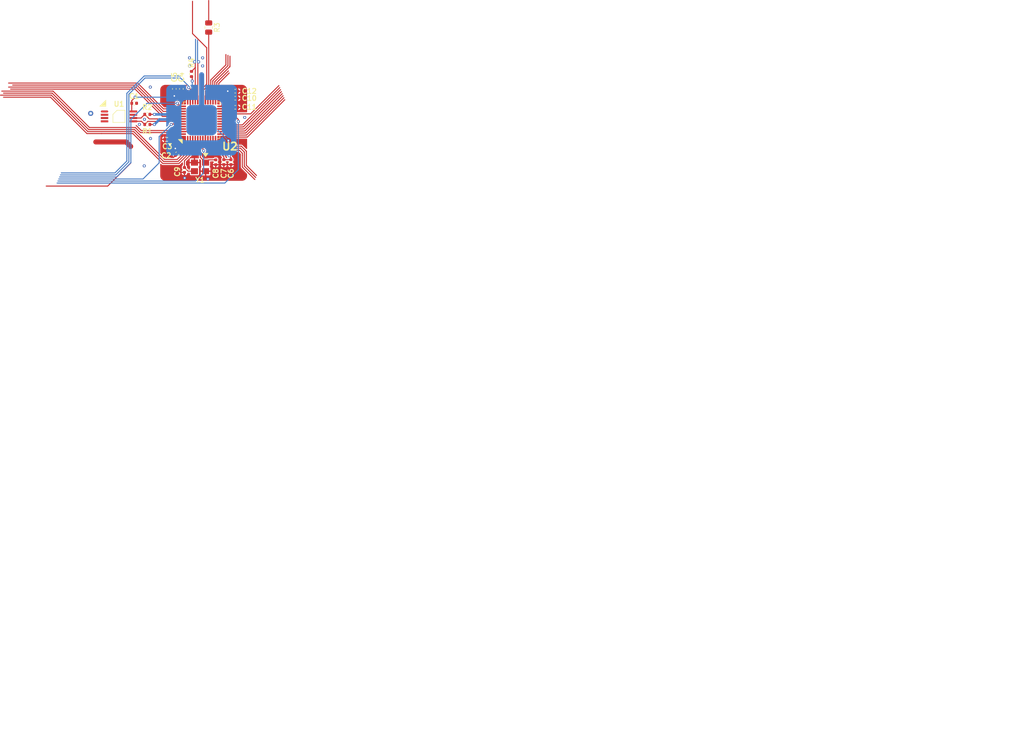
<source format=kicad_pcb>
(kicad_pcb (version 20210824) (generator pcbnew)
  (title_block (title "Noxary X60") (date "2021-08-26") (rev "V1.0.2") (company "Designed by Gondolindrim"))
  (layers (0 "F.Cu" signal) (31 "B.Cu" signal) (34 "B.Paste" user) (35 "F.Paste" user) (36 "B.SilkS" user "B.Silkscreen") (37 "F.SilkS" user "F.Silkscreen") (38 "B.Mask" user) (39 "F.Mask" user) (44 "Edge.Cuts" user))
  (net 0 "")
  (net 1 "Net-(C11-Pad2)")
  (net 2 "GND")
  (net 3 "3V3")
  (net 4 "5V")
  (net 5 "NRST")
  (net 6 "XTAL_OUT")
  (net 7 "XTAL_IN")
  (net 8 "PA9")
  (net 9 "SDA")
  (net 10 "SCL")
  (net 11 "BOOT0")
  (net 12 "PB2{slash}BOOT1")
  (net 13 "D+")
  (net 14 "D-")
  (net 15 "SWDIO")
  (net 16 "SWCLK")
  (net 17 "PB15")
  (net 18 "PB14")
  (net 19 "PB13")
  (net 20 "PB12")
  (net 21 "R0")
  (net 22 "R1")
  (net 23 "R2")
  (net 24 "R3")
  (net 25 "R4")
  (net 26 "C0")
  (net 27 "C1")
  (net 28 "C2")
  (net 29 "C3")
  (net 30 "C4")
  (net 31 "C5")
  (net 32 "C6")
  (net 33 "C7")
  (net 34 "C8")
  (net 35 "C9")
  (net 36 "C10")
  (net 37 "C11")
  (net 38 "C12")
  (net 39 "C13")
  (net 40 "C14")
  (net 41 "CAPS_INDICATOR")
  (net 42 "PA8")
  (footprint "acheron_Components:TSSOP-8_4.4x3mm_P0.65mm" (layer "F.Cu") (at 224.4 124.4)
    (fp_text reference "U1" (at 0 -2.45) (layer "F.SilkS") (effects (font (thickness 0.2))))
    (fp_text value "BL24C256A-SFRC")
    (fp_line (start -1.2 1.2) (end -1.2 -0.4) (layer "F.SilkS") (width 0.12))
    (fp_line (start 1.2 -1.2) (end 1.2 1.2) (layer "F.SilkS") (width 0.12))
    (fp_line (start -1.2 -0.4) (end -0.4 -1.2) (layer "F.SilkS") (width 0.12))
    (fp_line (start 1.2 1.2) (end -1.2 1.2) (layer "F.SilkS") (width 0.12))
    (fp_line (start -0.4 -1.2) (end 1.2 -1.2) (layer "F.SilkS") (width 0.12))
    (fp_poly (pts (xy -2.6 -2) (xy -3.8 -2) (xy -2.6 -3.2)) (layer "F.SilkS") (width 0.12) (fill solid))
    (pad "1" smd roundrect locked (at -2.8625 -0.975) (size 1.475 0.4) (layers "F.Cu" "F.Paste" "F.Mask") (roundrect_rratio 0.5) (net 2 "GND"))
    (pad "2" smd rect locked (at -2.8625 -0.325) (size 1.475 0.4) (layers "F.Cu" "F.Paste" "F.Mask") (net 2 "GND"))
    (pad "3" smd rect locked (at -2.8625 0.325) (size 1.475 0.4) (layers "F.Cu" "F.Paste" "F.Mask") (net 2 "GND"))
    (pad "4" smd rect locked (at -2.8625 0.975) (size 1.475 0.4) (layers "F.Cu" "F.Paste" "F.Mask") (net 2 "GND"))
    (pad "5" smd rect locked (at 2.8625 0.975) (size 1.475 0.4) (layers "F.Cu" "F.Paste" "F.Mask") (net 9 "SDA"))
    (pad "6" smd rect locked (at 2.8625 0.325) (size 1.475 0.4) (layers "F.Cu" "F.Paste" "F.Mask") (net 10 "SCL"))
    (pad "7" smd rect locked (at 2.8625 -0.325) (size 1.475 0.4) (layers "F.Cu" "F.Paste" "F.Mask") (net 2 "GND"))
    (pad "8" smd rect locked (at 2.8625 -0.975) (size 1.475 0.4) (layers "F.Cu" "F.Paste" "F.Mask") (net 3 "3V3"))
  )
  (footprint "Capacitor_SMD:C_0402_1005Metric" (layer "F.Cu") (at 237.349972 134.999999 -90)
    (fp_text reference "C9" (at 0.35 1.4 90) (layer "F.SilkS") (effects (font (thickness 0.2))))
    (fp_text value "16p")
    (fp_line (start -0.107836 -0.36) (end 0.107836 -0.36) (layer "F.SilkS") (width 0.12))
    (fp_line (start -0.107836 0.36) (end 0.107836 0.36) (layer "F.SilkS") (width 0.12))
    (pad "1" smd roundrect locked (at -0.48 0 270) (size 0.56 0.62) (layers "F.Cu" "F.Paste" "F.Mask") (net 7 "XTAL_IN"))
    (pad "2" smd roundrect locked (at 0.48 0 270) (size 0.56 0.62) (layers "F.Cu" "F.Paste" "F.Mask") (net 2 "GND"))
  )
  (footprint "acheron_Components:STM_UFQFPN-48_LQFP-48-1EP_7x7mm_P0.5mm_HandSoldering" (layer "F.Cu") (at 240.749972 125.149999 90)
    (fp_text reference "U2" (at -5.2 5.6 180) (layer "F.SilkS") (effects (font (size 1.5 1.5) (thickness 0.3))))
    (fp_text value "STM32F411CEU6")
    (fp_line (start 3.135 3.61) (end 3.61 3.61) (layer "F.SilkS") (width 0.12))
    (fp_line (start 3.61 3.61) (end 3.61 3.135) (layer "F.SilkS") (width 0.12))
    (fp_line (start 3.61 -3.61) (end 3.61 -3.135) (layer "F.SilkS") (width 0.12))
    (fp_line (start 3.135 -3.61) (end 3.61 -3.61) (layer "F.SilkS") (width 0.12))
    (fp_line (start -3.135 3.61) (end -3.61 3.61) (layer "F.SilkS") (width 0.12))
    (fp_line (start -3.61 3.61) (end -3.61 3.135) (layer "F.SilkS") (width 0.12))
    (fp_poly (pts (xy -3.8 -3.8) (xy -4.6 -3.8) (xy -3.8 -4.6)) (layer "F.SilkS") (width 0.12) (fill solid))
    (pad "1" smd roundrect locked (at -4 -2.75 90) (size 1.8 0.3) (layers "F.Cu" "F.Paste" "F.Mask") (roundrect_rratio 0.5) (net 3 "3V3"))
    (pad "2" smd rect locked (at -4 -2.25 90) (size 1.8 0.3) (layers "F.Cu" "F.Paste" "F.Mask") (net 40 "C14"))
    (pad "3" smd rect locked (at -4 -1.75 90) (size 1.8 0.3) (layers "F.Cu" "F.Paste" "F.Mask") (net 39 "C13"))
    (pad "4" smd rect locked (at -4 -1.25 90) (size 1.8 0.3) (layers "F.Cu" "F.Paste" "F.Mask") (net 38 "C12"))
    (pad "5" smd rect locked (at -4 -0.75 90) (size 1.8 0.3) (layers "F.Cu" "F.Paste" "F.Mask") (net 7 "XTAL_IN"))
    (pad "6" smd rect locked (at -4 -0.25 90) (size 1.8 0.3) (layers "F.Cu" "F.Paste" "F.Mask") (net 6 "XTAL_OUT"))
    (pad "7" smd rect locked (at -4 0.25 90) (size 1.8 0.3) (layers "F.Cu" "F.Paste" "F.Mask") (net 5 "NRST"))
    (pad "8" smd rect locked (at -4 0.75 90) (size 1.8 0.3) (layers "F.Cu" "F.Paste" "F.Mask") (net 2 "GND"))
    (pad "9" smd rect locked (at -4 1.25 90) (size 1.8 0.3) (layers "F.Cu" "F.Paste" "F.Mask") (net 3 "3V3"))
    (pad "10" smd rect locked (at -4 1.75 90) (size 1.8 0.3) (layers "F.Cu" "F.Paste" "F.Mask") (net 25 "R4"))
    (pad "11" smd rect locked (at -4 2.25 90) (size 1.8 0.3) (layers "F.Cu" "F.Paste" "F.Mask") (net 28 "C2"))
    (pad "12" smd rect locked (at -4 2.75 90) (size 1.8 0.3) (layers "F.Cu" "F.Paste" "F.Mask") (net 27 "C1"))
    (pad "13" smd rect locked (at -2.75 4 180) (size 1.8 0.3) (layers "F.Cu" "F.Paste" "F.Mask") (net 26 "C0"))
    (pad "14" smd rect locked (at -2.25 4 180) (size 1.8 0.3) (layers "F.Cu" "F.Paste" "F.Mask") (net 21 "R0"))
    (pad "15" smd rect locked (at -1.75 4 180) (size 1.8 0.3) (layers "F.Cu" "F.Paste" "F.Mask") (net 22 "R1"))
    (pad "16" smd rect locked (at -1.25 4 180) (size 1.8 0.3) (layers "F.Cu" "F.Paste" "F.Mask") (net 31 "C5"))
    (pad "17" smd rect locked (at -0.75 4 180) (size 1.8 0.3) (layers "F.Cu" "F.Paste" "F.Mask") (net 30 "C4"))
    (pad "18" smd rect locked (at -0.25 4 180) (size 1.8 0.3) (layers "F.Cu" "F.Paste" "F.Mask") (net 29 "C3"))
    (pad "19" smd rect locked (at 0.25 4 180) (size 1.8 0.3) (layers "F.Cu" "F.Paste" "F.Mask") (net 41 "CAPS_INDICATOR"))
    (pad "20" smd rect locked (at 0.75 4 180) (size 1.8 0.3) (layers "F.Cu" "F.Paste" "F.Mask") (net 12 "PB2{slash}BOOT1"))
    (pad "21" smd rect locked (at 1.25 4 180) (size 1.8 0.3) (layers "F.Cu" "F.Paste" "F.Mask") (net 23 "R2"))
    (pad "22" smd rect locked (at 1.75 4 180) (size 1.8 0.3) (layers "F.Cu" "F.Paste" "F.Mask") (net 1 "Net-(C11-Pad2)"))
    (pad "23" smd rect locked (at 2.25 4 180) (size 1.8 0.3) (layers "F.Cu" "F.Paste" "F.Mask") (net 2 "GND"))
    (pad "24" smd rect locked (at 2.75 4 180) (size 1.8 0.3) (layers "F.Cu" "F.Paste" "F.Mask") (net 3 "3V3"))
    (pad "25" smd rect locked (at 4 2.75 90) (size 1.8 0.3) (layers "F.Cu" "F.Paste" "F.Mask") (net 20 "PB12"))
    (pad "26" smd rect locked (at 4 2.25 90) (size 1.8 0.3) (layers "F.Cu" "F.Paste" "F.Mask") (net 19 "PB13"))
    (pad "27" smd rect locked (at 4 1.75 90) (size 1.8 0.3) (layers "F.Cu" "F.Paste" "F.Mask") (net 18 "PB14"))
    (pad "28" smd rect locked (at 4 1.25 90) (size 1.8 0.3) (layers "F.Cu" "F.Paste" "F.Mask") (net 17 "PB15"))
    (pad "29" smd rect locked (at 4 0.75 90) (size 1.8 0.3) (layers "F.Cu" "F.Paste" "F.Mask") (net 42 "PA8"))
    (pad "30" smd rect locked (at 4 0.25 90) (size 1.8 0.3) (layers "F.Cu" "F.Paste" "F.Mask") (net 8 "PA9"))
    (pad "31" smd rect locked (at 4 -0.25 90) (size 1.8 0.3) (layers "F.Cu" "F.Paste" "F.Mask") (net 24 "R3"))
    (pad "32" smd rect locked (at 4 -0.75 90) (size 1.8 0.3) (layers "F.Cu" "F.Paste" "F.Mask") (net 14 "D-"))
    (pad "33" smd rect locked (at 4 -1.25 90) (size 1.8 0.3) (layers "F.Cu" "F.Paste" "F.Mask") (net 13 "D+"))
    (pad "34" smd rect locked (at 4 -1.75 90) (size 1.8 0.3) (layers "F.Cu" "F.Paste" "F.Mask") (net 15 "SWDIO"))
    (pad "35" smd rect locked (at 4 -2.25 90) (size 1.8 0.3) (layers "F.Cu" "F.Paste" "F.Mask") (net 2 "GND"))
    (pad "36" smd rect locked (at 4 -2.75 90) (size 1.8 0.3) (layers "F.Cu" "F.Paste" "F.Mask") (net 3 "3V3"))
    (pad "37" smd rect locked (at 2.75 -4 180) (size 1.8 0.3) (layers "F.Cu" "F.Paste" "F.Mask") (net 16 "SWCLK"))
    (pad "38" smd rect locked (at 2.25 -4 180) (size 1.8 0.3) (layers "F.Cu" "F.Paste" "F.Mask") (net 37 "C11"))
    (pad "39" smd rect locked (at 1.75 -4 180) (size 1.8 0.3) (layers "F.Cu" "F.Paste" "F.Mask") (net 36 "C10"))
    (pad "40" smd rect locked (at 1.25 -4 180) (size 1.8 0.3) (layers "F.Cu" "F.Paste" "F.Mask") (net 35 "C9"))
    (pad "41" smd rect locked (at 0.75 -4 180) (size 1.8 0.3) (layers "F.Cu" "F.Paste" "F.Mask") (net 34 "C8"))
    (pad "42" smd rect locked (at 0.25 -4 180) (size 1.8 0.3) (layers "F.Cu" "F.Paste" "F.Mask") (net 10 "SCL"))
    (pad "43" smd rect locked (at -0.25 -4 180) (size 1.8 0.3) (layers "F.Cu" "F.Paste" "F.Mask") (net 9 "SDA"))
    (pad "44" smd rect locked (at -0.75 -4 180) (size 1.8 0.3) (layers "F.Cu" "F.Paste" "F.Mask") (net 11 "BOOT0"))
    (pad "45" smd rect locked (at -1.25 -4 180) (size 1.8 0.3) (layers "F.Cu" "F.Paste" "F.Mask") (net 32 "C6"))
    (pad "46" smd rect locked (at -1.75 -4 180) (size 1.8 0.3) (layers "F.Cu" "F.Paste" "F.Mask") (net 33 "C7"))
    (pad "47" smd rect locked (at -2.25 -4 180) (size 1.8 0.3) (layers "F.Cu" "F.Paste" "F.Mask") (net 2 "GND"))
    (pad "48" smd rect locked (at -2.75 -4 180) (size 1.8 0.3) (layers "F.Cu" "F.Paste" "F.Mask") (net 3 "3V3"))
    (pad "49" smd rect locked (at 0 0 90) (size 5.2 5.2) (layers "F.Cu" "F.Mask"))
  )
  (footprint "Capacitor_SMD:C_0402_1005Metric" (layer "F.Cu") (at 247.4 122.6 180)
    (fp_text reference "C11" (at -1.2 0.05) (layer "F.SilkS") (effects (font (thickness 0.2)) (justify left)))
    (fp_text value "2.2u")
    (fp_line (start -0.107836 0.36) (end 0.107836 0.36) (layer "F.SilkS") (width 0.12))
    (fp_line (start -0.107836 -0.36) (end 0.107836 -0.36) (layer "F.SilkS") (width 0.12))
    (pad "1" smd roundrect locked (at -0.48 0 180) (size 0.56 0.62) (layers "F.Cu" "F.Paste" "F.Mask") (net 2 "GND"))
    (pad "2" smd roundrect locked (at 0.48 0 180) (size 0.56 0.62) (layers "F.Cu" "F.Paste" "F.Mask") (net 1 "Net-(C11-Pad2)"))
  )
  (footprint "Capacitor_SMD:C_0402_1005Metric" (layer "F.Cu") (at 227.4 121.8 180)
    (fp_text reference "C1" (at 0 1.4) (layer "F.SilkS") (effects (font (thickness 0.2))))
    (fp_text value "100n")
    (fp_line (start -0.107836 0.36) (end 0.107836 0.36) (layer "F.SilkS") (width 0.12))
    (fp_line (start -0.107836 -0.36) (end 0.107836 -0.36) (layer "F.SilkS") (width 0.12))
    (pad "1" smd roundrect locked (at -0.48 0 180) (size 0.56 0.62) (layers "F.Cu" "F.Paste" "F.Mask") (net 2 "GND"))
    (pad "2" smd roundrect locked (at 0.48 0 180) (size 0.56 0.62) (layers "F.Cu" "F.Paste" "F.Mask") (net 3 "3V3"))
  )
  (footprint "Resistor_SMD:R_0805_2012Metric" (layer "F.Cu") (at 242.149972 106.800001 -90)
    (fp_text reference "R3" (at 0 -1.65 90) (layer "F.SilkS"))
    (fp_text value "0R")
    (fp_line (start -0.227064 0.735) (end 0.227064 0.735) (layer "F.SilkS") (width 0.12))
    (fp_line (start -0.227064 -0.735) (end 0.227064 -0.735) (layer "F.SilkS") (width 0.12))
    (pad "1" smd roundrect locked (at -0.9125 0 270) (size 1.025 1.4) (layers "F.Cu" "F.Paste" "F.Mask") (roundrect_rratio 0.243902) (net 4 "5V"))
    (pad "2" smd roundrect locked (at 0.9125 0 270) (size 1.025 1.4) (layers "F.Cu" "F.Paste" "F.Mask") (roundrect_rratio 0.243902) (net 8 "PA9"))
  )
  (footprint "Capacitor_SMD:C_0402_1005Metric" (layer "F.Cu") (at 235.349972 118.949999 -90)
    (fp_text reference "C5" (at -1.2 0 90) (layer "F.SilkS") (effects (font (thickness 0.2)) (justify left)))
    (fp_text value "4.7u")
    (fp_line (start -0.107836 -0.36) (end 0.107836 -0.36) (layer "F.SilkS") (width 0.12))
    (fp_line (start -0.107836 0.36) (end 0.107836 0.36) (layer "F.SilkS") (width 0.12))
    (pad "1" smd roundrect locked (at -0.48 0 270) (size 0.56 0.62) (layers "F.Cu" "F.Paste" "F.Mask") (net 2 "GND"))
    (pad "2" smd roundrect locked (at 0.48 0 270) (size 0.56 0.62) (layers "F.Cu" "F.Paste" "F.Mask") (net 3 "3V3"))
  )
  (footprint "Capacitor_SMD:C_0402_1005Metric" (layer "F.Cu") (at 247.4 119.4 180)
    (fp_text reference "C12" (at -1.2 0) (layer "F.SilkS") (effects (font (thickness 0.2)) (justify left)))
    (fp_text value "4.7u")
    (fp_line (start -0.107836 0.36) (end 0.107836 0.36) (layer "F.SilkS") (width 0.12))
    (fp_line (start -0.107836 -0.36) (end 0.107836 -0.36) (layer "F.SilkS") (width 0.12))
    (pad "1" smd roundrect locked (at -0.48 0 180) (size 0.56 0.62) (layers "F.Cu" "F.Paste" "F.Mask") (net 2 "GND"))
    (pad "2" smd roundrect locked (at 0.48 0 180) (size 0.56 0.62) (layers "F.Cu" "F.Paste" "F.Mask") (net 3 "3V3"))
  )
  (footprint "Capacitor_SMD:C_0402_1005Metric" (layer "F.Cu") (at 247.4 120.8 180)
    (fp_text reference "C10" (at -1.2 0) (layer "F.SilkS") (effects (font (thickness 0.2)) (justify left)))
    (fp_text value "100n")
    (fp_line (start -0.107836 -0.36) (end 0.107836 -0.36) (layer "F.SilkS") (width 0.12))
    (fp_line (start -0.107836 0.36) (end 0.107836 0.36) (layer "F.SilkS") (width 0.12))
    (pad "1" smd roundrect locked (at -0.48 0 180) (size 0.56 0.62) (layers "F.Cu" "F.Paste" "F.Mask") (net 2 "GND"))
    (pad "2" smd roundrect locked (at 0.48 0 180) (size 0.56 0.62) (layers "F.Cu" "F.Paste" "F.Mask") (net 3 "3V3"))
  )
  (footprint "Capacitor_SMD:C_0402_1005Metric" (layer "F.Cu") (at 235.949972 131.749999 -135)
    (fp_text reference "C2" (at 1.838478 1.272792) (layer "F.SilkS") (effects (font (thickness 0.2))))
    (fp_text value "100n")
    (fp_line (start -0.107836 0.36) (end 0.107836 0.36) (layer "F.SilkS") (width 0.12))
    (fp_line (start -0.107836 -0.36) (end 0.107836 -0.36) (layer "F.SilkS") (width 0.12))
    (pad "1" smd roundrect locked (at -0.48 0 225) (size 0.56 0.62) (layers "F.Cu" "F.Paste" "F.Mask") (net 3 "3V3"))
    (pad "2" smd roundrect locked (at 0.48 0 225) (size 0.56 0.62) (layers "F.Cu" "F.Paste" "F.Mask") (net 2 "GND"))
  )
  (footprint "Capacitor_SMD:C_0402_1005Metric" (layer "F.Cu") (at 246.549972 133.449999 -90)
    (fp_text reference "C6" (at 1.15 0 90) (layer "F.SilkS") (effects (font (thickness 0.2)) (justify right)))
    (fp_text value "1u")
    (fp_line (start -0.107836 -0.36) (end 0.107836 -0.36) (layer "F.SilkS") (width 0.12))
    (fp_line (start -0.107836 0.36) (end 0.107836 0.36) (layer "F.SilkS") (width 0.12))
    (pad "1" smd roundrect locked (at -0.48 0 270) (size 0.56 0.62) (layers "F.Cu" "F.Paste" "F.Mask") (net 3 "3V3"))
    (pad "2" smd roundrect locked (at 0.48 0 270) (size 0.56 0.62) (layers "F.Cu" "F.Paste" "F.Mask") (net 2 "GND"))
  )
  (footprint "acheron_Components:Crystal_SMD_3225-4Pin_3.2x2.5mm" (layer "F.Cu") (at 240.437472 134.399999 180)
    (fp_text reference "Y1" (at 0 -2.6) (layer "F.SilkS") (effects (font (thickness 0.2))))
    (fp_text value "7325-0800A2010-00")
    (fp_poly (pts (xy -0.6 2.7) (xy -1.6 2.7) (xy -1.1 2)) (layer "F.SilkS") (width 0.1) (fill solid))
    (pad "1" smd rect locked (at -1.1 0.85 180) (size 1.4 1.2) (layers "F.Cu" "F.Paste" "F.Mask") (net 6 "XTAL_OUT"))
    (pad "2" smd rect locked (at 1.1 0.85 180) (size 1.4 1.2) (layers "F.Cu" "F.Paste" "F.Mask") (net 2 "GND"))
    (pad "3" smd rect locked (at 1.1 -0.85 180) (size 1.4 1.2) (layers "F.Cu" "F.Paste" "F.Mask") (net 7 "XTAL_IN"))
    (pad "4" smd rect locked (at -1.1 -0.85 180) (size 1.4 1.2) (layers "F.Cu" "F.Paste" "F.Mask") (net 2 "GND"))
  )
  (footprint "Capacitor_SMD:C_0402_1005Metric" (layer "F.Cu") (at 233.949972 128.949999 180)
    (fp_text reference "C3" (at 0 -1.4) (layer "F.SilkS") (effects (font (thickness 0.2))))
    (fp_text value "100n")
    (fp_line (start -0.107836 0.36) (end 0.107836 0.36) (layer "F.SilkS") (width 0.12))
    (fp_line (start -0.107836 -0.36) (end 0.107836 -0.36) (layer "F.SilkS") (width 0.12))
    (pad "1" smd roundrect locked (at -0.48 0 180) (size 0.56 0.62) (layers "F.Cu" "F.Paste" "F.Mask") (net 3 "3V3"))
    (pad "2" smd roundrect locked (at 0.48 0 180) (size 0.56 0.62) (layers "F.Cu" "F.Paste" "F.Mask") (net 2 "GND"))
  )
  (footprint "Capacitor_SMD:C_0402_1005Metric" (layer "F.Cu") (at 243.549972 133.479999 -90)
    (fp_text reference "C8" (at 1.12 0 90) (layer "F.SilkS") (effects (font (thickness 0.2)) (justify right)))
    (fp_text value "16p")
    (fp_line (start -0.107836 0.36) (end 0.107836 0.36) (layer "F.SilkS") (width 0.12))
    (fp_line (start -0.107836 -0.36) (end 0.107836 -0.36) (layer "F.SilkS") (width 0.12))
    (pad "1" smd roundrect locked (at -0.48 0 270) (size 0.56 0.62) (layers "F.Cu" "F.Paste" "F.Mask") (net 6 "XTAL_OUT"))
    (pad "2" smd roundrect locked (at 0.48 0 270) (size 0.56 0.62) (layers "F.Cu" "F.Paste" "F.Mask") (net 2 "GND"))
  )
  (footprint "Resistor_SMD:R_0402_1005Metric" (layer "F.Cu") (at 230 126 180)
    (fp_text reference "R1" (at 0 -1.35) (layer "F.SilkS") (effects (font (thickness 0.2))))
    (fp_text value "1.5k")
    (fp_line (start -0.153641 0.38) (end 0.153641 0.38) (layer "F.SilkS") (width 0.12))
    (fp_line (start -0.153641 -0.38) (end 0.153641 -0.38) (layer "F.SilkS") (width 0.12))
    (pad "1" smd roundrect locked (at -0.51 0 180) (size 0.54 0.64) (layers "F.Cu" "F.Paste" "F.Mask") (net 3 "3V3"))
    (pad "2" smd roundrect locked (at 0.51 0 180) (size 0.54 0.64) (layers "F.Cu" "F.Paste" "F.Mask") (net 9 "SDA"))
  )
  (footprint "Resistor_SMD:R_0402_1005Metric" (layer "F.Cu") (at 238.749973 116.000001 90)
    (fp_text reference "R4" (at 2.2 0 90) (layer "F.SilkS") (effects (font (thickness 0.2))))
    (fp_text value "1.5k")
    (fp_line (start -0.153641 -0.38) (end 0.153641 -0.38) (layer "F.SilkS") (width 0.12))
    (fp_line (start -0.153641 0.38) (end 0.153641 0.38) (layer "F.SilkS") (width 0.12))
    (pad "1" smd roundrect locked (at -0.51 0 90) (size 0.54 0.64) (layers "F.Cu" "F.Paste" "F.Mask") (net 3 "3V3"))
    (pad "2" smd roundrect locked (at 0.51 0 90) (size 0.54 0.64) (layers "F.Cu" "F.Paste" "F.Mask") (net 13 "D+"))
  )
  (footprint "Resistor_SMD:R_0402_1005Metric" (layer "F.Cu") (at 230 124 180)
    (fp_text reference "R2" (at 0 1.4) (layer "F.SilkS") (effects (font (thickness 0.2))))
    (fp_text value "1.5k")
    (fp_line (start -0.153641 -0.38) (end 0.153641 -0.38) (layer "F.SilkS") (width 0.12))
    (fp_line (start -0.153641 0.38) (end 0.153641 0.38) (layer "F.SilkS") (width 0.12))
    (pad "1" smd roundrect locked (at -0.51 0 180) (size 0.54 0.64) (layers "F.Cu" "F.Paste" "F.Mask") (net 3 "3V3"))
    (pad "2" smd roundrect locked (at 0.51 0 180) (size 0.54 0.64) (layers "F.Cu" "F.Paste" "F.Mask") (net 10 "SCL"))
  )
  (footprint "Capacitor_SMD:C_0402_1005Metric" (layer "F.Cu") (at 236.749972 118.949999 -90)
    (fp_text reference "C4" (at -1.2 0 90) (layer "F.SilkS") (effects (font (thickness 0.2)) (justify left)))
    (fp_text value "100n")
    (fp_line (start -0.107836 0.36) (end 0.107836 0.36) (layer "F.SilkS") (width 0.12))
    (fp_line (start -0.107836 -0.36) (end 0.107836 -0.36) (layer "F.SilkS") (width 0.12))
    (pad "1" smd roundrect locked (at -0.48 0 270) (size 0.56 0.62) (layers "F.Cu" "F.Paste" "F.Mask") (net 2 "GND"))
    (pad "2" smd roundrect locked (at 0.48 0 270) (size 0.56 0.62) (layers "F.Cu" "F.Paste" "F.Mask") (net 3 "3V3"))
  )
  (footprint "Capacitor_SMD:C_0402_1005Metric" (layer "F.Cu") (at 245.149972 133.449999 -90)
    (fp_text reference "C7" (at 1.15 0 90) (layer "F.SilkS") (effects (font (thickness 0.2)) (justify right)))
    (fp_text value "10n")
    (fp_line (start -0.107836 0.36) (end 0.107836 0.36) (layer "F.SilkS") (width 0.12))
    (fp_line (start -0.107836 -0.36) (end 0.107836 -0.36) (layer "F.SilkS") (width 0.12))
    (pad "1" smd roundrect locked (at -0.48 0 270) (size 0.56 0.62) (layers "F.Cu" "F.Paste" "F.Mask") (net 3 "3V3"))
    (pad "2" smd roundrect locked (at 0.48 0 270) (size 0.56 0.62) (layers "F.Cu" "F.Paste" "F.Mask") (net 2 "GND"))
  )
  (segment (start 225.825597 129.459999) (end 226.715597 130.349999) (width 1) (layer "F.Cu") (net 0))
  (segment (start 219.809972 129.459999) (end 225.825597 129.459999) (width 1) (layer "F.Cu") (net 0))
  (segment (start 246.120001 123.399999) (end 246.92 122.6) (width 0.2) (layer "F.Cu") (net 1))
  (segment (start 244.749972 123.399999) (end 246.120001 123.399999) (width 0.2) (layer "F.Cu") (net 1))
  (segment (start 241.499972 129.149999) (end 241.499972 127.099999) (width 0.2) (layer "F.Cu") (net 2))
  (segment (start 244.749972 122.899999) (end 242.699972 122.899999) (width 0.2) (layer "F.Cu") (net 2))
  (segment (start 238.499972 121.149999) (end 238.499972 123.199999) (width 0.2) (layer "F.Cu") (net 2))
  (segment (start 236.749972 127.399999) (end 238.799972 127.399999) (width 0.2) (layer "F.Cu") (net 2))
  (segment (start 239.567472 133.119999) (end 239.587472 133.099999) (width 0.2) (layer "F.Cu") (net 2))
  (via (at 229.438722 124.979999) (size 0.6) (drill 0.3) (layers "F.Cu" "B.Cu") (net 2))
  (via (at 249.27497 124.599999) (size 0.6) (drill 0.3) (layers "F.Cu" "B.Cu") (net 2))
  (via (at 230.638722 128.779999) (size 0.6) (drill 0.3) (layers "F.Cu" "B.Cu") (net 2))
  (via (at 230.6 118.6) (size 0.6) (drill 0.3) (layers "F.Cu" "B.Cu") (net 2))
  (via (at 246.038722 129.179999) (size 0.6) (drill 0.3) (layers "F.Cu" "B.Cu") (net 2))
  (via (at 228.438722 125.979999) (size 0.6) (drill 0.3) (layers "F.Cu" "B.Cu") (net 2))
  (via (at 218.8 123.800001) (size 1) (drill 0.5) (layers "F.Cu" "B.Cu") (net 2))
  (via (at 238.349972 114.399999) (size 0.6) (drill 0.3) (layers "F.Cu" "B.Cu") (net 2))
  (via (at 240.949972 112.799999) (size 0.6) (drill 0.3) (layers "F.Cu" "B.Cu") (net 2))
  (via (at 238.349972 112.799999) (size 0.6) (drill 0.3) (layers "F.Cu" "B.Cu") (net 2))
  (via (at 237.4 136.6) (size 0.6) (drill 0.3) (layers "F.Cu" "B.Cu") (net 2))
  (via (at 242 136.8) (size 0.6) (drill 0.3) (layers "F.Cu" "B.Cu") (net 2))
  (via (at 229.4 134.2) (size 0.6) (drill 0.3) (layers "F.Cu" "B.Cu") (net 2))
  (via (at 240.949972 114.399999) (size 0.6) (drill 0.3) (layers "F.Cu" "B.Cu") (net 2))
  (segment (start 240.749972 123.149999) (end 240.749972 116.149999) (width 1) (layer "B.Cu") (net 2))
  (segment (start 244.008722 127.149999) (end 246.038722 129.179999) (width 0.2) (layer "B.Cu") (net 2))
  (segment (start 236.879359 131.410588) (end 236.289383 131.410588) (width 0.2) (layer "F.Cu") (net 3))
  (segment (start 245.149972 132.969999) (end 245.149972 132.397115) (width 0.2) (layer "F.Cu") (net 3))
  (segment (start 235.149972 128.949999) (end 236.199972 127.899999) (width 0.2) (layer "F.Cu") (net 3))
  (segment (start 246.549499 132.549499) (end 246.2 132.2) (width 0.2) (layer "F.Cu") (net 3))
  (segment (start 234.429972 128.949999) (end 234.429972 129.949999) (width 0.2) (layer "F.Cu") (net 3))
  (segment (start 236.210561 131.410588) (end 235.549972 130.749999) (width 0.2) (layer "F.Cu") (net 3))
  (segment (start 246.349972 132.969999) (end 245.149972 132.969999) (width 0.2) (layer "F.Cu") (net 3))
  (segment (start 246.92 119.4) (end 245.92 119.4) (width 0.2) (layer "F.Cu") (net 3))
  (segment (start 230.51 124) (end 231.4 124) (width 0.2) (layer "F.Cu") (net 3))
  (segment (start 241.999972 129.149999) (end 241.999972 130.495017) (width 0.2) (layer "F.Cu") (net 3))
  (segment (start 234.429972 128.949999) (end 235.149972 128.949999) (width 0.2) (layer "F.Cu") (net 3))
  (segment (start 235.349972 119.429999) (end 236.749972 119.429999) (width 0.2) (layer "F.Cu") (net 3))
  (segment (start 241.999972 130.495017) (end 243.003512 131.498557) (width 0.2) (layer "F.Cu") (net 3))
  (segment (start 246.92 120.8) (end 246.92 119.4) (width 0.2) (layer "F.Cu") (net 3))
  (segment (start 226.92 121.8) (end 226.92 121.28) (width 0.2) (layer "F.Cu") (net 3))
  (segment (start 237.999972 120.679999) (end 236.749972 119.429999) (width 0.2) (layer "F.Cu") (net 3))
  (segment (start 245.149972 132.397115) (end 244.251414 131.498557) (width 0.2) (layer "F.Cu") (net 3))
  (segment (start 226.92 121.8) (end 226.92 123.4) (width 0.2) (layer "F.Cu") (net 3))
  (segment (start 246.549972 132.969999) (end 246.549972 132.549499) (width 0.2) (layer "F.Cu") (net 3))
  (segment (start 235.349972 119.429999) (end 235.349972 120.349999) (width 0.2) (layer "F.Cu") (net 3))
  (segment (start 244.749972 122.399999) (end 244.749972 121.549999) (width 0.2) (layer "F.Cu") (net 3))
  (segment (start 238.900472 116.6605) (end 238.749973 116.510001) (width 0.2) (layer "F.Cu") (net 3))
  (segment (start 238.900472 117.400001) (end 238.900472 116.6605) (width 0.2) (layer "F.Cu") (net 3))
  (segment (start 245.499971 120.8) (end 244.749972 121.549999) (width 0.2) (layer "F.Cu") (net 3))
  (segment (start 246.92 120.8) (end 245.499971 120.8) (width 0.2) (layer "F.Cu") (net 3))
  (segment (start 236.289383 131.410588) (end 236.210561 131.410588) (width 0.2) (layer "F.Cu") (net 3))
  (segment (start 237.999972 121.149999) (end 237.999972 120.679999) (width 0.2) (layer "F.Cu") (net 3))
  (segment (start 246.549972 132.549499) (end 246.549499 132.549499) (width 0.2) (layer "F.Cu") (net 3))
  (segment (start 237.999972 129.149999) (end 237.999972 130.289975) (width 0.2) (layer "F.Cu") (net 3))
  (segment (start 243.003512 131.498557) (end 244.251414 131.498557) (width 0.2) (layer "F.Cu") (net 3))
  (segment (start 226.92 121.28) (end 227.6 120.6) (width 0.2) (layer "F.Cu") (net 3))
  (segment (start 236.199972 127.899999) (end 236.749972 127.899999) (width 0.2) (layer "F.Cu") (net 3))
  (segment (start 237.999972 130.289975) (end 236.879359 131.410588) (width 0.2) (layer "F.Cu") (net 3))
  (segment (start 230.51 126) (end 231.4 126) (width 0.2) (layer "F.Cu") (net 3))
  (via (at 234.429972 129.949999) (size 0.6) (drill 0.3) (layers "F.Cu" "B.Cu") (net 3))
  (via (at 235.349972 120.349999) (size 0.6) (drill 0.3) (layers "F.Cu" "B.Cu") (net 3))
  (via (at 235.549972 130.749999) (size 0.6) (drill 0.3) (layers "F.Cu" "B.Cu") (net 3))
  (via (at 231.4 124) (size 0.6) (drill 0.3) (layers "F.Cu" "B.Cu") (net 3))
  (via (at 245.92 119.4) (size 0.6) (drill 0.3) (layers "F.Cu" "B.Cu") (net 3))
  (via (at 227.6 120.6) (size 0.6) (drill 0.3) (layers "F.Cu" "B.Cu") (net 3))
  (via (at 231.4 126) (size 0.6) (drill 0.3) (layers "F.Cu" "B.Cu") (net 3))
  (via (at 246.2 132.2) (size 0.6) (drill 0.3) (layers "F.Cu" "B.Cu") (net 3))
  (via (at 238.900472 117.400001) (size 0.6) (drill 0.3) (layers "F.Cu" "B.Cu") (net 3))
  (segment (start 231.4 126) (end 232.4 125) (width 0.5) (layer "B.Cu") (net 3))
  (segment (start 225.950453 119.834512) (end 225.950452 133.234513) (width 0.2) (layer "B.Cu") (net 3))
  (segment (start 246.2 132.2) (end 246.2 131.6) (width 0.5) (layer "B.Cu") (net 3))
  (segment (start 236.750453 116.40048) (end 229.384486 116.400479) (width 0.2) (layer "B.Cu") (net 3))
  (segment (start 225.950452 133.234513) (end 223.583046 135.601919) (width 0.2) (layer "B.Cu") (net 3))
  (segment (start 229.384486 116.400479) (end 225.950453 119.834512) (width 0.2) (layer "B.Cu") (net 3))
  (segment (start 238.900472 117.400001) (end 238.900472 118.550499) (width 0.2) (layer "B.Cu") (net 3))
  (segment (start 232.4 125) (end 234.2 125) (width 0.5) (layer "B.Cu") (net 3))
  (segment (start 231.4 124) (end 234.2 124) (width 0.5) (layer "B.Cu") (net 3))
  (segment (start 227.6 120.6) (end 234.349972 120.599999) (width 0.2) (layer "B.Cu") (net 3))
  (segment (start 223.583046 135.601919) (end 212.976922 135.601919) (width 0.2) (layer "B.Cu") (net 3))
  (segment (start 242.149972 105.874999) (end 242.149972 101.450028) (width 0.2) (layer "F.Cu") (net 4))
  (segment (start 240.999972 131.049999) (end 241.149972 131.199999) (width 0.2) (layer "F.Cu") (net 5))
  (segment (start 240.999972 129.149999) (end 240.999972 131.049999) (width 0.2) (layer "F.Cu") (net 5))
  (via (at 241.149972 131.199999) (size 0.6) (drill 0.3) (layers "F.Cu" "B.Cu") (net 5))
  (segment (start 241.149972 131.199999) (end 241.149972 135.599999) (width 0.2) (layer "B.Cu") (net 5))
  (segment (start 241.149972 135.599999) (end 239.549972 137.199999) (width 0.2) (layer "B.Cu") (net 5))
  (segment (start 239.549972 137.199999) (end 212.314978 137.199999) (width 0.2) (layer "B.Cu") (net 5))
  (segment (start 240.499972 129.149999) (end 240.499972 132.512499) (width 0.2) (layer "F.Cu") (net 6))
  (segment (start 242.087472 132.999999) (end 241.537472 133.549999) (width 0.2) (layer "F.Cu") (net 6))
  (segment (start 243.549972 132.999999) (end 242.087472 132.999999) (width 0.2) (layer "F.Cu") (net 6))
  (segment (start 240.499972 132.512499) (end 241.537472 133.549999) (width 0.2) (layer "F.Cu") (net 6))
  (segment (start 238.079972 135.249999) (end 237.349972 134.519999) (width 0.2) (layer "F.Cu") (net 7))
  (segment (start 237.349972 134.519999) (end 237.349972 133.199999) (width 0.2) (layer "F.Cu") (net 7))
  (segment (start 239.107472 135.479999) (end 239.337472 135.249999) (width 0.2) (layer "F.Cu") (net 7))
  (segment (start 239.337472 135.249999) (end 238.079972 135.249999) (width 0.2) (layer "F.Cu") (net 7))
  (segment (start 237.349972 133.199999) (end 239.999972 130.549999) (width 0.2) (layer "F.Cu") (net 7))
  (segment (start 239.999972 130.549999) (end 239.999972 129.149999) (width 0.2) (layer "F.Cu") (net 7))
  (segment (start 240.999972 119.315005) (end 242.149972 118.165005) (width 0.2) (layer "F.Cu") (net 8))
  (segment (start 242.149972 118.165005) (end 242.149972 107.324999) (width 0.2) (layer "F.Cu") (net 8))
  (segment (start 240.999972 121.149999) (end 240.999972 119.315005) (width 0.2) (layer "F.Cu") (net 8))
  (segment (start 236.749972 125.399999) (end 236.730452 125.380479) (width 0.2) (layer "F.Cu") (net 9))
  (segment (start 230.10952 125.38048) (end 229.49 126) (width 0.2) (layer "F.Cu") (net 9))
  (segment (start 236.730452 125.380479) (end 230.10952 125.38048) (width 0.2) (layer "F.Cu") (net 9))
  (segment (start 227.2625 125.375) (end 228.865 125.375) (width 0.2) (layer "F.Cu") (net 9))
  (segment (start 228.865 125.375) (end 229.49 126) (width 0.2) (layer "F.Cu") (net 9))
  (segment (start 227.2625 124.725) (end 228.765 124.725) (width 0.2) (layer "F.Cu") (net 10))
  (segment (start 230.39 124.9) (end 236.749972 124.899999) (width 0.2) (layer "F.Cu") (net 10))
  (segment (start 228.765 124.725) (end 229.49 124) (width 0.2) (layer "F.Cu") (net 10))
  (segment (start 229.49 124) (end 230.39 124.9) (width 0.2) (layer "F.Cu") (net 10))
  (segment (start 236.749972 125.899999) (end 234.849501 125.899999) (width 0.2) (layer "F.Cu") (net 11))
  (segment (start 234.849501 125.899999) (end 234.7495 126) (width 0.2) (layer "F.Cu") (net 11))
  (via (at 234.7495 126) (size 0.6) (drill 0.3) (layers "F.Cu" "B.Cu") (net 11))
  (segment (start 212.480464 136.800479) (end 229.149492 136.800479) (width 0.2) (layer "B.Cu") (net 11))
  (segment (start 229.149492 136.800479) (end 232.349972 133.599999) (width 0.2) (layer "B.Cu") (net 11))
  (segment (start 232.349972 133.599999) (end 232.349972 128.399528) (width 0.2) (layer "B.Cu") (net 11))
  (segment (start 232.349972 128.399528) (end 234.7495 126) (width 0.2) (layer "B.Cu") (net 11))
  (segment (start 244.749972 124.399999) (end 247.402471 124.399999) (width 0.2) (layer "F.Cu") (net 12))
  (segment (start 248.012471 125.009999) (end 248.012471 125.399999) (width 0.2) (layer "F.Cu") (net 12))
  (segment (start 247.402471 124.399999) (end 248.012471 125.009999) (width 0.2) (layer "F.Cu") (net 12))
  (via (at 248.012471 125.399999) (size 0.6) (drill 0.3) (layers "F.Cu" "B.Cu") (net 12))
  (segment (start 212.149492 137.599519) (end 245.350453 137.599518) (width 0.2) (layer "B.Cu") (net 12))
  (segment (start 248.012471 134.9375) (end 245.350453 137.599518) (width 0.2) (layer "B.Cu") (net 12))
  (segment (start 248.012471 125.399999) (end 248.012471 134.9375) (width 0.2) (layer "B.Cu") (net 12))
  (segment (start 239.499972 114.740002) (end 239.499972 113.749999) (width 0.2) (layer "F.Cu") (net 13))
  (segment (start 239.499972 121.149999) (end 239.499972 114.740002) (width 0.2) (layer "F.Cu") (net 13))
  (segment (start 238.749973 115.490001) (end 239.499972 114.740002) (width 0.2) (layer "F.Cu") (net 13))
  (segment (start 239.499972 113.749999) (end 239.349972 113.599999) (width 0.2) (layer "F.Cu") (net 13))
  (via (at 239.349972 113.599999) (size 0.6) (drill 0.3) (layers "F.Cu" "B.Cu") (net 13))
  (via (at 239.349972 113.599999) (size 0.6) (drill 0.3) (layers "F.Cu" "B.Cu") (net 13))
  (segment (start 239.549972 109.117155) (end 239.549972 113.399999) (width 0.2) (layer "B.Cu") (net 13))
  (segment (start 239.549972 113.399999) (end 239.349972 113.599999) (width 0.2) (layer "B.Cu") (net 13))
  (segment (start 239.999972 113.749999) (end 240.149972 113.599999) (width 0.2) (layer "F.Cu") (net 14))
  (segment (start 239.999972 121.149999) (end 239.999972 113.749999) (width 0.2) (layer "F.Cu") (net 14))
  (via (at 240.149972 113.599999) (size 0.6) (drill 0.3) (layers "F.Cu" "B.Cu") (net 14))
  (via (at 240.149972 113.599999) (size 0.6) (drill 0.3) (layers "F.Cu" "B.Cu") (net 14))
  (segment (start 239.949972 109.282843) (end 239.949972 113.399999) (width 0.2) (layer "B.Cu") (net 14))
  (segment (start 239.949972 113.399999) (end 240.149972 113.599999) (width 0.2) (layer "B.Cu") (net 14))
  (segment (start 238.999972 121.149999) (end 238.999972 119.849999) (width 0.2) (layer "F.Cu") (net 15))
  (segment (start 238.999972 119.497821) (end 238.189854 118.687703) (width 0.2) (layer "F.Cu") (net 15))
  (segment (start 238.999972 119.849999) (end 238.999972 119.497821) (width 0.2) (layer "F.Cu") (net 15))
  (via (at 238.189854 118.687703) (size 0.6) (drill 0.3) (layers "F.Cu" "B.Cu") (net 15))
  (segment (start 223.748532 136.001439) (end 226.349972 133.399999) (width 0.2) (layer "B.Cu") (net 15))
  (segment (start 229.549972 116.799999) (end 236.584966 116.799999) (width 0.2) (layer "B.Cu") (net 15))
  (segment (start 238.189854 118.404887) (end 238.189854 118.687703) (width 0.2) (layer "B.Cu") (net 15))
  (segment (start 226.349972 133.399999) (end 226.349972 119.999999) (width 0.2) (layer "B.Cu") (net 15))
  (segment (start 212.811436 136.001439) (end 223.748532 136.001439) (width 0.2) (layer "B.Cu") (net 15))
  (segment (start 226.349972 119.999999) (end 229.549972 116.799999) (width 0.2) (layer "B.Cu") (net 15))
  (segment (start 236.584966 116.799999) (end 238.189854 118.404887) (width 0.2) (layer "B.Cu") (net 15))
  (segment (start 236.549972 122.399999) (end 235.949972 121.799999) (width 0.2) (layer "F.Cu") (net 16))
  (segment (start 236.749972 122.399999) (end 236.549972 122.399999) (width 0.2) (layer "F.Cu") (net 16))
  (via (at 235.949972 121.799999) (size 0.6) (drill 0.3) (layers "F.Cu" "B.Cu") (net 16))
  (segment (start 223.914018 136.400959) (end 212.64595 136.400959) (width 0.2) (layer "B.Cu") (net 16))
  (segment (start 226.749491 133.565486) (end 223.914018 136.400959) (width 0.2) (layer "B.Cu") (net 16))
  (segment (start 229.949972 121.799999) (end 226.749492 125.000479) (width 0.2) (layer "B.Cu") (net 16))
  (segment (start 226.749492 125.000479) (end 226.749491 133.565486) (width 0.2) (layer "B.Cu") (net 16))
  (segment (start 235.949972 121.799999) (end 229.949972 121.799999) (width 0.2) (layer "B.Cu") (net 16))
  (segment (start 245.957412 114.357565) (end 242.949013 117.365964) (width 0.2) (layer "F.Cu") (net 17))
  (segment (start 242.949012 118.495977) (end 241.999972 119.445017) (width 0.2) (layer "F.Cu") (net 17))
  (segment (start 245.957413 112.309532) (end 245.957412 114.357565) (width 0.2) (layer "F.Cu") (net 17))
  (segment (start 241.999972 119.445017) (end 241.999972 121.149999) (width 0.2) (layer "F.Cu") (net 17))
  (segment (start 242.949013 117.365964) (end 242.949012 118.495977) (width 0.2) (layer "F.Cu") (net 17))
  (segment (start 246.339991 114.539991) (end 246.356932 114.523051) (width 0.2) (layer "F.Cu") (net 18))
  (segment (start 243.348532 118.661463) (end 243.348532 117.531451) (width 0.2) (layer "F.Cu") (net 18))
  (segment (start 246.356932 112.475019) (end 246.356932 114.52305) (width 0.2) (layer "F.Cu") (net 18))
  (segment (start 242.499972 119.510023) (end 243.348532 118.661463) (width 0.2) (layer "F.Cu") (net 18))
  (segment (start 242.499972 121.149999) (end 242.499972 119.510023) (width 0.2) (layer "F.Cu") (net 18))
  (segment (start 243.348532 117.531451) (end 246.339991 114.539991) (width 0.2) (layer "F.Cu") (net 18))
  (segment (start 246.356932 114.52305) (end 246.339991 114.539991) (width 0.2) (layer "F.Cu") (net 18))
  (segment (start 243.748051 118.82695) (end 242.999972 119.575029) (width 0.2) (layer "F.Cu") (net 19))
  (segment (start 242.999972 119.575029) (end 242.999972 121.149999) (width 0.2) (layer "F.Cu") (net 19))
  (segment (start 246.04499 115.399999) (end 243.748052 117.696937) (width 0.2) (layer "F.Cu") (net 19))
  (segment (start 243.748052 117.696937) (end 243.748051 118.82695) (width 0.2) (layer "F.Cu") (net 19))
  (segment (start 244.14757 118.661463) (end 244.14757 117.862425) (width 0.2) (layer "F.Cu") (net 20))
  (segment (start 243.499972 119.640035) (end 244.147571 118.992436) (width 0.2) (layer "F.Cu") (net 20))
  (segment (start 243.499972 121.149999) (end 243.499972 119.640035) (width 0.2) (layer "F.Cu") (net 20))
  (segment (start 244.147571 118.992436) (end 244.14757 118.661463) (width 0.2) (layer "F.Cu") (net 20))
  (segment (start 244.14757 117.862425) (end 246.210476 115.799519) (width 0.2) (layer "F.Cu") (net 20))
  (segment (start 249.639903 128.097597) (end 257.040381 120.697119) (width 0.2) (layer "F.Cu") (net 21))
  (segment (start 246.785038 128.097596) (end 249.639903 128.097597) (width 0.2) (layer "F.Cu") (net 21))
  (segment (start 244.749972 127.399999) (end 246.087441 127.399999) (width 0.2) (layer "F.Cu") (net 21))
  (segment (start 246.087441 127.399999) (end 246.785038 128.097596) (width 0.2) (layer "F.Cu") (net 21))
  (segment (start 246.950525 127.698077) (end 249.474416 127.698078) (width 0.2) (layer "F.Cu") (net 22))
  (segment (start 249.474416 127.698078) (end 256.874895 120.297599) (width 0.2) (layer "F.Cu") (net 22))
  (segment (start 246.152447 126.899999) (end 246.950525 127.698077) (width 0.2) (layer "F.Cu") (net 22))
  (segment (start 244.749972 126.899999) (end 246.152447 126.899999) (width 0.2) (layer "F.Cu") (net 22))
  (segment (start 256.047465 118.299999) (end 250.447465 123.899999) (width 0.2) (layer "F.Cu") (net 23))
  (segment (start 250.447465 123.899999) (end 244.749972 123.899999) (width 0.2) (layer "F.Cu") (net 23))
  (segment (start 241.749972 117.999999) (end 240.499972 119.249999) (width 0.2) (layer "F.Cu") (net 24))
  (segment (start 241.749972 110.8) (end 241.749972 117.999999) (width 0.2) (layer "F.Cu") (net 24))
  (segment (start 240.499972 119.249999) (end 240.499972 121.149999) (width 0.2) (layer "F.Cu") (net 24))
  (segment (start 238.949973 101.600001) (end 238.949973 108.000001) (width 0.2) (layer "F.Cu") (net 24))
  (segment (start 238.949973 108.000001) (end 241.749972 110.8) (width 0.2) (layer "F.Cu") (net 24))
  (segment (start 248.814391 132.099999) (end 248.814394 134.43001) (width 0.2) (layer "F.Cu") (net 25))
  (segment (start 243.168999 131.099038) (end 248.211511 131.099039) (width 0.2) (layer "F.Cu") (net 25))
  (segment (start 242.499972 130.430011) (end 243.168999 131.099038) (width 0.2) (layer "F.Cu") (net 25))
  (segment (start 248.211511 131.099039) (end 248.814391 131.701919) (width 0.2) (layer "F.Cu") (net 25))
  (segment (start 248.814394 134.43001) (end 251.282461 136.898077) (width 0.2) (layer "F.Cu") (net 25))
  (segment (start 222.165596 138.2) (end 226.715597 133.649999) (width 0.2) (layer "F.Cu") (net 25))
  (segment (start 242.499972 129.149999) (end 242.499972 130.430011) (width 0.2) (layer "F.Cu") (net 25))
  (segment (start 248.814391 131.701919) (end 248.814391 132.099999) (width 0.2) (layer "F.Cu") (net 25))
  (segment (start 210 138.2) (end 222.165596 138.2) (width 0.2) (layer "F.Cu") (net 25))
  (segment (start 244.749972 127.899999) (end 246.022435 127.899999) (width 0.2) (layer "F.Cu") (net 26))
  (segment (start 246.022435 127.899999) (end 246.619551 128.497115) (width 0.2) (layer "F.Cu") (net 26))
  (segment (start 249.80539 128.497116) (end 257.205867 121.096639) (width 0.2) (layer "F.Cu") (net 26))
  (segment (start 246.619551 128.497115) (end 249.80539 128.497116) (width 0.2) (layer "F.Cu") (net 26))
  (segment (start 249.613433 134.099037) (end 251.613433 136.099037) (width 0.2) (layer "F.Cu") (net 27))
  (segment (start 249.613431 131.300959) (end 249.613433 134.099037) (width 0.2) (layer "F.Cu") (net 27))
  (segment (start 248.612471 130.299999) (end 249.613431 131.300959) (width 0.2) (layer "F.Cu") (net 27))
  (segment (start 243.499972 129.149999) (end 243.499972 129.949999) (width 0.2) (layer "F.Cu") (net 27))
  (segment (start 243.499972 129.949999) (end 243.849972 130.299999) (width 0.2) (layer "F.Cu") (net 27))
  (segment (start 243.849972 130.299999) (end 248.612471 130.299999) (width 0.2) (layer "F.Cu") (net 27))
  (segment (start 251.447946 136.498556) (end 249.213913 134.264523) (width 0.2) (layer "F.Cu") (net 28))
  (segment (start 249.213911 131.466445) (end 248.446985 130.699519) (width 0.2) (layer "F.Cu") (net 28))
  (segment (start 243.334486 130.699519) (end 242.999972 130.365005) (width 0.2) (layer "F.Cu") (net 28))
  (segment (start 242.999972 130.365005) (end 242.999972 129.149999) (width 0.2) (layer "F.Cu") (net 28))
  (segment (start 248.446985 130.699519) (end 243.334486 130.699519) (width 0.2) (layer "F.Cu") (net 28))
  (segment (start 249.213913 134.264523) (end 249.213911 131.466445) (width 0.2) (layer "F.Cu") (net 28))
  (segment (start 246.347465 125.399999) (end 244.749972 125.399999) (width 0.2) (layer "F.Cu") (net 29))
  (segment (start 248.977958 126.499518) (end 247.446985 126.499519) (width 0.2) (layer "F.Cu") (net 29))
  (segment (start 247.446985 126.499519) (end 246.347465 125.399999) (width 0.2) (layer "F.Cu") (net 29))
  (segment (start 256.378437 119.099039) (end 248.977958 126.499518) (width 0.2) (layer "F.Cu") (net 29))
  (segment (start 246.282459 125.899999) (end 244.749972 125.899999) (width 0.2) (layer "F.Cu") (net 30))
  (segment (start 256.543923 119.498559) (end 249.143443 126.899039) (width 0.2) (layer "F.Cu") (net 30))
  (segment (start 249.143443 126.899039) (end 247.281499 126.899039) (width 0.2) (layer "F.Cu") (net 30))
  (segment (start 247.281499 126.899039) (end 246.282459 125.899999) (width 0.2) (layer "F.Cu") (net 30))
  (segment (start 246.217453 126.399999) (end 244.749972 126.399999) (width 0.2) (layer "F.Cu") (net 31))
  (segment (start 256.709409 119.898079) (end 249.30893 127.298558) (width 0.2) (layer "F.Cu") (net 31))
  (segment (start 249.30893 127.298558) (end 247.116012 127.298558) (width 0.2) (layer "F.Cu") (net 31))
  (segment (start 247.116012 127.298558) (end 246.217453 126.399999) (width 0.2) (layer "F.Cu") (net 31))
  (segment (start 228.8 127.2) (end 227.8 126.2) (width 0.2) (layer "F.Cu") (net 32))
  (segment (start 235.400001 126.399999) (end 234.6 127.2) (width 0.2) (layer "F.Cu") (net 32))
  (segment (start 234.6 127.2) (end 228.8 127.2) (width 0.2) (layer "F.Cu") (net 32))
  (segment (start 236.749972 126.399999) (end 235.400001 126.399999) (width 0.2) (layer "F.Cu") (net 32))
  (segment (start 201.198079 119.398079) (end 211.348051 119.398079) (width 0.2) (layer "F.Cu") (net 33))
  (segment (start 234.765486 127.59952) (end 235.465007 126.899999) (width 0.2) (layer "F.Cu") (net 33))
  (segment (start 211.348051 119.398079) (end 218.549492 126.59952) (width 0.2) (layer "F.Cu") (net 33))
  (segment (start 227.634514 126.59952) (end 228.634514 127.59952) (width 0.2) (layer "F.Cu") (net 33))
  (segment (start 235.465007 126.899999) (end 236.749972 126.899999) (width 0.2) (layer "F.Cu") (net 33))
  (segment (start 228.634514 127.59952) (end 234.765486 127.59952) (width 0.2) (layer "F.Cu") (net 33))
  (segment (start 218.549492 126.59952) (end 227.634514 126.59952) (width 0.2) (layer "F.Cu") (net 33))
  (segment (start 232.999999 124.399999) (end 227.598559 118.998559) (width 0.2) (layer "F.Cu") (net 34))
  (segment (start 227.598559 118.998559) (end 202.948531 118.998559) (width 0.2) (layer "F.Cu") (net 34))
  (segment (start 236.749972 124.399999) (end 232.999999 124.399999) (width 0.2) (layer "F.Cu") (net 34))
  (segment (start 227.764046 118.59904) (end 202.549012 118.59904) (width 0.2) (layer "F.Cu") (net 35))
  (segment (start 233.065005 123.899999) (end 227.764046 118.59904) (width 0.2) (layer "F.Cu") (net 35))
  (segment (start 236.749972 123.899999) (end 233.065005 123.899999) (width 0.2) (layer "F.Cu") (net 35))
  (segment (start 227.929532 118.19952) (end 203.350454 118.19952) (width 0.2) (layer "F.Cu") (net 36))
  (segment (start 236.749972 123.399999) (end 233.130011 123.399999) (width 0.2) (layer "F.Cu") (net 36))
  (segment (start 233.130011 123.399999) (end 227.929532 118.19952) (width 0.2) (layer "F.Cu") (net 36))
  (segment (start 228.095018 117.8) (end 202.549972 117.8) (width 0.2) (layer "F.Cu") (net 37))
  (segment (start 236.749972 122.899999) (end 233.195017 122.899999) (width 0.2) (layer "F.Cu") (net 37))
  (segment (start 233.195017 122.899999) (end 228.095018 117.8) (width 0.2) (layer "F.Cu") (net 37))
  (segment (start 218.053032 127.798078) (end 210.851593 120.596639) (width 0.2) (layer "F.Cu") (net 38))
  (segment (start 210.851593 120.596639) (end 201.553335 120.596639) (width 0.2) (layer "F.Cu") (net 38))
  (segment (start 227.138056 127.79808) (end 220.951894 127.79808) (width 0.2) (layer "F.Cu") (net 38))
  (segment (start 233.066492 133.726516) (end 227.138056 127.79808) (width 0.2) (layer "F.Cu") (net 38))
  (segment (start 239.499972 129.149999) (end 239.499972 130.484993) (width 0.2) (layer "F.Cu") (net 38))
  (segment (start 239.499972 130.484993) (end 236.258449 133.726517) (width 0.2) (layer "F.Cu") (net 38))
  (segment (start 220.951894 127.79808) (end 218.053032 127.798078) (width 0.2) (layer "F.Cu") (net 38))
  (segment (start 236.258449 133.726517) (end 233.066492 133.726516) (width 0.2) (layer "F.Cu") (net 38))
  (segment (start 238.999972 129.149999) (end 238.999972 130.419987) (width 0.2) (layer "F.Cu") (net 39))
  (segment (start 227.303542 127.39856) (end 218.218519 127.398559) (width 0.2) (layer "F.Cu") (net 39))
  (segment (start 236.092963 133.326997) (end 233.231978 133.326996) (width 0.2) (layer "F.Cu") (net 39))
  (segment (start 218.218519 127.398559) (end 211.017079 120.197119) (width 0.2) (layer "F.Cu") (net 39))
  (segment (start 233.231978 133.326996) (end 227.303542 127.39856) (width 0.2) (layer "F.Cu") (net 39))
  (segment (start 238.999972 130.419987) (end 236.092963 133.326997) (width 0.2) (layer "F.Cu") (net 39))
  (segment (start 211.017079 120.197119) (end 200.952855 120.197119) (width 0.2) (layer "F.Cu") (net 39))
  (segment (start 211.182565 119.797599) (end 201.549973 119.797599) (width 0.2) (layer "F.Cu") (net 40))
  (segment (start 238.499972 129.149999) (end 238.499972 130.354981) (width 0.2) (layer "F.Cu") (net 40))
  (segment (start 238.499972 130.354981) (end 235.927477 132.927477) (width 0.2) (layer "F.Cu") (net 40))
  (segment (start 218.384006 126.99904) (end 211.182565 119.797599) (width 0.2) (layer "F.Cu") (net 40))
  (segment (start 227.469028 126.99904) (end 218.384006 126.99904) (width 0.2) (layer "F.Cu") (net 40))
  (segment (start 235.927477 132.927477) (end 233.397465 132.927477) (width 0.2) (layer "F.Cu") (net 40))
  (segment (start 233.397465 132.927477) (end 227.469028 126.99904) (width 0.2) (layer "F.Cu") (net 40))
  (segment (start 246.412471 124.899999) (end 244.749972 124.899999) (width 0.2) (layer "F.Cu") (net 41))
  (segment (start 248.812471 126.099999) (end 247.612471 126.099999) (width 0.2) (layer "F.Cu") (net 41))
  (segment (start 256.212951 118.699519) (end 248.812471 126.099999) (width 0.2) (layer "F.Cu") (net 41))
  (segment (start 247.612471 126.099999) (end 246.412471 124.899999) (width 0.2) (layer "F.Cu") (net 41))
  (segment (start 245.557892 114.192079) (end 242.549492 117.200479) (width 0.2) (layer "F.Cu") (net 42))
  (segment (start 245.557894 112.144045) (end 245.557892 114.192079) (width 0.2) (layer "F.Cu") (net 42))
  (segment (start 241.499972 119.380011) (end 241.499972 121.149999) (width 0.2) (layer "F.Cu") (net 42))
  (segment (start 242.549492 118.330491) (end 241.499972 119.380011) (width 0.2) (layer "F.Cu") (net 42))
  (segment (start 242.549492 117.200479) (end 242.549492 118.330491) (width 0.2) (layer "F.Cu") (net 42))
  (zone (net 2) (net_name "GND") (layer "F.Cu") (name "FRONT GND POUR") (connect_pads (clearance 0.2)) (min_thickness 0.2) (fill yes (thermal_gap 0.25) (thermal_bridge_width 0.25) (smoothing fillet) (radius 1))
    (polygon (pts (xy 249.749972 137.149999) (xy 232.559347 137.149999) (xy 232.559347 118.149999) (xy 249.749972 118.149999)))
  )
  (zone (net 2) (net_name "GND") (layer "B.Cu") (name "FRONT GND POUR") (connect_pads (clearance 0.2)) (min_thickness 0.2) (fill yes (thermal_gap 0.2) (thermal_bridge_width 0.5) (smoothing fillet) (radius 1))
    (polygon (pts (xy 243.749972 128.149999) (xy 237.749972 128.149999) (xy 237.749972 122.149999) (xy 243.749972 122.149999)))
  )
  (zone (net 3) (net_name "3V3") (layer "B.Cu") (name "FRONT GND POUR") (connect_pads (clearance 0.2)) (min_thickness 0.2) (fill yes (thermal_gap 0.25) (thermal_bridge_width 0.25) (smoothing fillet) (radius 1))
    (polygon (pts (xy 247.749972 132.149999) (xy 233.749972 132.149999) (xy 233.749972 118.149999) (xy 247.749972 118.149999)))
    (polygon (pts (xy 236.749972 121.149999) (xy 236.749972 129.149999) (xy 244.749972 129.149999) (xy 244.749972 121.149999)))
  )
)
</source>
